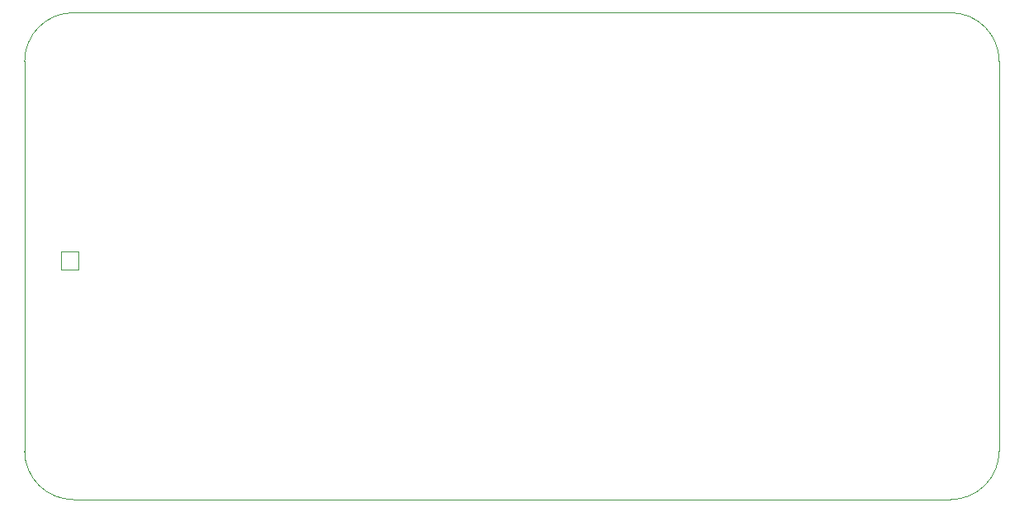
<source format=gbr>
%TF.GenerationSoftware,KiCad,Pcbnew,(5.1.6)-1*%
%TF.CreationDate,2020-11-03T19:25:33-05:00*%
%TF.ProjectId,Kitty Caddy,4b697474-7920-4436-9164-64792e6b6963,rev?*%
%TF.SameCoordinates,Original*%
%TF.FileFunction,Profile,NP*%
%FSLAX46Y46*%
G04 Gerber Fmt 4.6, Leading zero omitted, Abs format (unit mm)*
G04 Created by KiCad (PCBNEW (5.1.6)-1) date 2020-11-03 19:25:33*
%MOMM*%
%LPD*%
G01*
G04 APERTURE LIST*
%TA.AperFunction,Profile*%
%ADD10C,0.050000*%
%TD*%
%TA.AperFunction,Profile*%
%ADD11C,0.100000*%
%TD*%
G04 APERTURE END LIST*
D10*
X32043400Y-98288600D02*
X32043400Y-58288600D01*
X127043400Y-103288600D02*
X37043400Y-103288600D01*
X132043400Y-58288600D02*
X132043400Y-98288600D01*
X37043400Y-53288600D02*
X127043400Y-53288600D01*
X37043400Y-103288600D02*
G75*
G02*
X32043400Y-98288600I0J5000000D01*
G01*
X32043400Y-58288600D02*
G75*
G02*
X37043400Y-53288600I5000000J0D01*
G01*
X127043400Y-53288600D02*
G75*
G02*
X132043400Y-58288600I0J-5000000D01*
G01*
X132043400Y-98288600D02*
G75*
G02*
X127043400Y-103288600I-5000000J0D01*
G01*
D11*
%TO.C,J1*%
X37593400Y-77838600D02*
X37593400Y-79638600D01*
X37593400Y-79638600D02*
X35793400Y-79638600D01*
X35793400Y-79638600D02*
X35793400Y-77838600D01*
X35793400Y-77838600D02*
X37593400Y-77838600D01*
%TD*%
M02*

</source>
